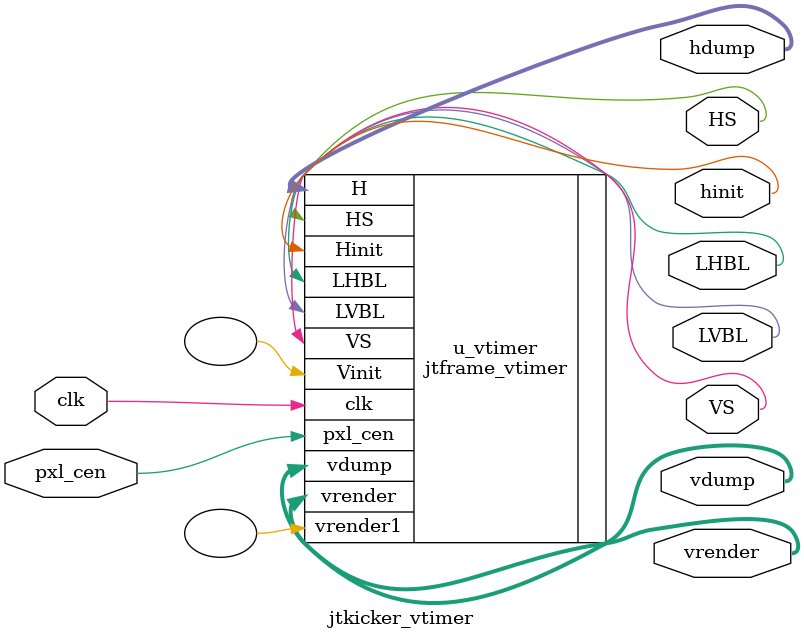
<source format=v>
/*  This file is part of JTKICKER.
    JTKICKER program is free software: you can redistribute it and/or modify
    it under the terms of the GNU General Public License as published by
    the Free Software Foundation, either version 3 of the License, or
    (at your option) any later version.

    JTKICKER program is distributed in the hope that it will be useful,
    but WITHOUT ANY WARRANTY; without even the implied warranty of
    MERCHANTABILITY or FITNESS FOR A PARTICULAR PURPOSE.  See the
    GNU General Public License for more details.

    You should have received a copy of the GNU General Public License
    along with JTKICKER.  If not, see <http://www.gnu.org/licenses/>.

    Author: Jose Tejada Gomez. Twitter: @topapate
    Version: 1.0
    Date: 21-12-2021 */

/* verilator tracing_off */

module jtkicker_vtimer(
    input               clk,        
    input               pxl_cen,
    output        [8:0] vdump,
    output        [8:0] vrender,
    output        [8:0] hdump,
    output              hinit,
    output              LHBL,
    output              LVBL,
    output              HS,
    output              VS
);

parameter LAYOUT = 0;

localparam [8:0] VB_START = LAYOUT==3 ? 9'd238 : 9'd239,
                 VB_END   = LAYOUT==3 ? 9'd014 : 9'd015;

`ifdef VERILATOR
    /* verilator tracing_on */
    integer frame_cnt=0;
    reg VSl;
    always @(posedge clk) begin
        VSl <= VS;
        if( VS && !VSl ) frame_cnt<=frame_cnt+1;
    end
    /* verilator tracing_off */
`endif

// The original counter keeps hdump[7] high
// while hdump[8] is high (i.e. during HBLANK)
// The rest of the count should match quite well
// the original, particularly VBLANK, H period
// and V period
jtframe_vtimer #(
    .VB_START   (  VB_START ),
    .VB_END     (  VB_END   ),
    .VCNT_END   (  9'd263   ),
    .VS_START   (  9'd260   ),
    .HB_END     (  9'd383   ),
    .HB_START   (  9'd255   ),
    .HCNT_END   (  9'd383   ),
    .HS_START   (  9'h130   ),
    .HS_END     (  9'h150   )
) u_vtimer(
    .clk        ( clk       ),
    .pxl_cen    ( pxl_cen   ),
    .vdump      ( vdump     ),
    .vrender    ( vrender   ),
    .vrender1   (           ),
    .H          ( hdump     ),
    .Hinit      ( hinit     ),
    .Vinit      (           ),
    .LHBL       ( LHBL      ),
    .LVBL       ( LVBL      ),
    .HS         ( HS        ),
    .VS         ( VS        )
);

endmodule
</source>
